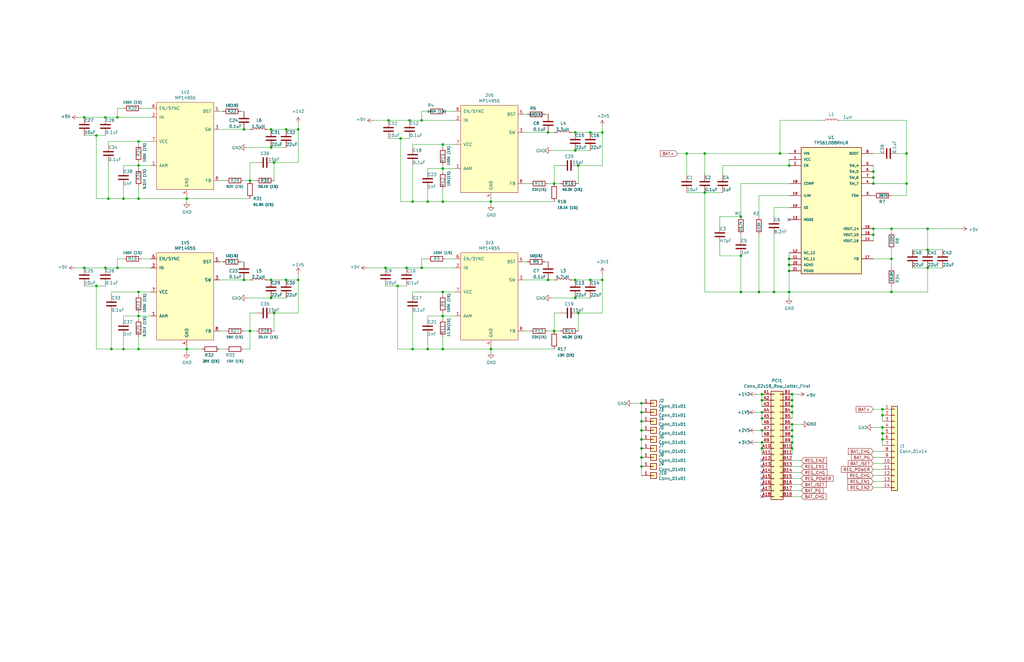
<source format=kicad_sch>
(kicad_sch (version 20210621) (generator eeschema)
  (paper "User" 431.8 279.4)
  (title_block (title "Fpga-USB3-Collector (DDR3_2G)"))
  (junction (at 35.56 49.53))
  (junction (at 35.56 113.03))
  (junction (at 40.64 57.15))
  (junction (at 40.64 120.65))
  (junction (at 44.45 49.53))
  (junction (at 44.45 113.03))
  (junction (at 45.72 83.82))
  (junction (at 46.99 147.32))
  (junction (at 49.53 49.53))
  (junction (at 49.53 113.03))
  (junction (at 52.07 83.82))
  (junction (at 52.07 147.32))
  (junction (at 58.42 59.69))
  (junction (at 58.42 69.85))
  (junction (at 58.42 83.82))
  (junction (at 58.42 123.19))
  (junction (at 58.42 133.35))
  (junction (at 58.42 147.32))
  (junction (at 78.74 83.82))
  (junction (at 78.74 147.32))
  (junction (at 102.87 54.61))
  (junction (at 102.87 118.11))
  (junction (at 105.41 76.2))
  (junction (at 105.41 139.7))
  (junction (at 114.3 54.61))
  (junction (at 114.3 62.23))
  (junction (at 114.3 118.11))
  (junction (at 114.3 125.73))
  (junction (at 115.57 68.58))
  (junction (at 115.57 132.08))
  (junction (at 120.65 54.61))
  (junction (at 120.65 118.11))
  (junction (at 125.73 54.61))
  (junction (at 125.73 118.11))
  (junction (at 162.56 113.03))
  (junction (at 163.83 50.8))
  (junction (at 167.64 120.65))
  (junction (at 168.91 58.42))
  (junction (at 171.45 113.03))
  (junction (at 172.72 50.8))
  (junction (at 173.99 85.09))
  (junction (at 173.99 147.32))
  (junction (at 177.8 50.8))
  (junction (at 177.8 113.03))
  (junction (at 180.34 85.09))
  (junction (at 180.34 147.32))
  (junction (at 186.69 60.96))
  (junction (at 186.69 71.12))
  (junction (at 186.69 85.09))
  (junction (at 186.69 123.19))
  (junction (at 186.69 133.35))
  (junction (at 186.69 147.32))
  (junction (at 207.01 85.09))
  (junction (at 207.01 147.32))
  (junction (at 231.14 55.88))
  (junction (at 231.14 118.11))
  (junction (at 233.68 77.47))
  (junction (at 233.68 139.7))
  (junction (at 242.57 55.88))
  (junction (at 242.57 63.5))
  (junction (at 242.57 118.11))
  (junction (at 242.57 125.73))
  (junction (at 243.84 69.85))
  (junction (at 243.84 132.08))
  (junction (at 248.92 55.88))
  (junction (at 248.92 118.11))
  (junction (at 254 55.88))
  (junction (at 254 118.11))
  (junction (at 270.51 170.18))
  (junction (at 270.51 173.99))
  (junction (at 270.51 177.8))
  (junction (at 270.51 181.61))
  (junction (at 270.51 185.42))
  (junction (at 270.51 189.23))
  (junction (at 270.51 193.04))
  (junction (at 270.51 196.85))
  (junction (at 289.56 64.77))
  (junction (at 297.18 64.77))
  (junction (at 297.18 81.28))
  (junction (at 312.42 91.44))
  (junction (at 312.42 107.95))
  (junction (at 312.42 123.19))
  (junction (at 320.04 123.19))
  (junction (at 321.31 166.37))
  (junction (at 321.31 168.91))
  (junction (at 321.31 173.99))
  (junction (at 321.31 176.53))
  (junction (at 321.31 181.61))
  (junction (at 321.31 186.69))
  (junction (at 321.31 189.23))
  (junction (at 326.39 123.19))
  (junction (at 328.93 64.77))
  (junction (at 332.74 69.85))
  (junction (at 332.74 109.22))
  (junction (at 332.74 111.76))
  (junction (at 332.74 114.3))
  (junction (at 332.74 123.19))
  (junction (at 334.01 166.37))
  (junction (at 334.01 168.91))
  (junction (at 334.01 171.45))
  (junction (at 334.01 173.99))
  (junction (at 334.01 179.07))
  (junction (at 334.01 181.61))
  (junction (at 334.01 184.15))
  (junction (at 334.01 186.69))
  (junction (at 334.01 189.23))
  (junction (at 368.3 72.39))
  (junction (at 368.3 74.93))
  (junction (at 368.3 77.47))
  (junction (at 368.3 96.52))
  (junction (at 368.3 99.06))
  (junction (at 372.11 172.72))
  (junction (at 372.11 175.26))
  (junction (at 372.11 180.34))
  (junction (at 372.11 182.88))
  (junction (at 372.11 185.42))
  (junction (at 375.92 96.52))
  (junction (at 375.92 109.22))
  (junction (at 375.92 123.19))
  (junction (at 382.27 64.77))
  (junction (at 382.27 77.47))
  (junction (at 391.16 96.52))
  (junction (at 391.16 105.41))
  (junction (at 391.16 113.03))
  (no_connect (at 321.31 194.31))
  (no_connect (at 321.31 196.85))
  (no_connect (at 321.31 199.39))
  (no_connect (at 321.31 201.93))
  (no_connect (at 321.31 204.47))
  (no_connect (at 321.31 207.01))
  (no_connect (at 321.31 209.55))
  (no_connect (at 332.74 92.71))
  (wire (pts (xy 31.75 113.03) (xy 35.56 113.03)))
  (wire (pts (xy 33.02 49.53) (xy 35.56 49.53)))
  (wire (pts (xy 35.56 49.53) (xy 44.45 49.53)))
  (wire (pts (xy 35.56 57.15) (xy 40.64 57.15)))
  (wire (pts (xy 35.56 113.03) (xy 44.45 113.03)))
  (wire (pts (xy 35.56 120.65) (xy 40.64 120.65)))
  (wire (pts (xy 40.64 57.15) (xy 40.64 83.82)))
  (wire (pts (xy 40.64 57.15) (xy 44.45 57.15)))
  (wire (pts (xy 40.64 83.82) (xy 45.72 83.82)))
  (wire (pts (xy 40.64 120.65) (xy 40.64 147.32)))
  (wire (pts (xy 40.64 120.65) (xy 44.45 120.65)))
  (wire (pts (xy 40.64 147.32) (xy 46.99 147.32)))
  (wire (pts (xy 44.45 49.53) (xy 49.53 49.53)))
  (wire (pts (xy 44.45 113.03) (xy 49.53 113.03)))
  (wire (pts (xy 45.72 59.69) (xy 45.72 60.96)))
  (wire (pts (xy 45.72 68.58) (xy 45.72 83.82)))
  (wire (pts (xy 45.72 83.82) (xy 52.07 83.82)))
  (wire (pts (xy 46.99 123.19) (xy 46.99 124.46)))
  (wire (pts (xy 46.99 123.19) (xy 58.42 123.19)))
  (wire (pts (xy 46.99 132.08) (xy 46.99 147.32)))
  (wire (pts (xy 46.99 147.32) (xy 52.07 147.32)))
  (wire (pts (xy 49.53 45.72) (xy 52.07 45.72)))
  (wire (pts (xy 49.53 49.53) (xy 49.53 45.72)))
  (wire (pts (xy 49.53 49.53) (xy 63.5 49.53)))
  (wire (pts (xy 49.53 109.22) (xy 52.07 109.22)))
  (wire (pts (xy 49.53 113.03) (xy 49.53 109.22)))
  (wire (pts (xy 49.53 113.03) (xy 63.5 113.03)))
  (wire (pts (xy 52.07 69.85) (xy 52.07 71.12)))
  (wire (pts (xy 52.07 78.74) (xy 52.07 83.82)))
  (wire (pts (xy 52.07 83.82) (xy 58.42 83.82)))
  (wire (pts (xy 52.07 133.35) (xy 52.07 134.62)))
  (wire (pts (xy 52.07 133.35) (xy 58.42 133.35)))
  (wire (pts (xy 52.07 142.24) (xy 52.07 147.32)))
  (wire (pts (xy 52.07 147.32) (xy 58.42 147.32)))
  (wire (pts (xy 58.42 59.69) (xy 45.72 59.69)))
  (wire (pts (xy 58.42 59.69) (xy 58.42 60.96)))
  (wire (pts (xy 58.42 68.58) (xy 58.42 69.85)))
  (wire (pts (xy 58.42 69.85) (xy 52.07 69.85)))
  (wire (pts (xy 58.42 69.85) (xy 58.42 71.12)))
  (wire (pts (xy 58.42 78.74) (xy 58.42 83.82)))
  (wire (pts (xy 58.42 83.82) (xy 78.74 83.82)))
  (wire (pts (xy 58.42 123.19) (xy 58.42 124.46)))
  (wire (pts (xy 58.42 123.19) (xy 63.5 123.19)))
  (wire (pts (xy 58.42 132.08) (xy 58.42 133.35)))
  (wire (pts (xy 58.42 133.35) (xy 58.42 134.62)))
  (wire (pts (xy 58.42 142.24) (xy 58.42 147.32)))
  (wire (pts (xy 58.42 147.32) (xy 78.74 147.32)))
  (wire (pts (xy 59.69 45.72) (xy 63.5 45.72)))
  (wire (pts (xy 59.69 109.22) (xy 63.5 109.22)))
  (wire (pts (xy 63.5 59.69) (xy 58.42 59.69)))
  (wire (pts (xy 63.5 69.85) (xy 58.42 69.85)))
  (wire (pts (xy 63.5 133.35) (xy 58.42 133.35)))
  (wire (pts (xy 78.74 82.55) (xy 78.74 83.82)))
  (wire (pts (xy 78.74 83.82) (xy 105.41 83.82)))
  (wire (pts (xy 78.74 85.09) (xy 78.74 83.82)))
  (wire (pts (xy 78.74 146.05) (xy 78.74 147.32)))
  (wire (pts (xy 78.74 147.32) (xy 85.09 147.32)))
  (wire (pts (xy 78.74 148.59) (xy 78.74 147.32)))
  (wire (pts (xy 92.71 46.99) (xy 93.98 46.99)))
  (wire (pts (xy 92.71 54.61) (xy 102.87 54.61)))
  (wire (pts (xy 92.71 76.2) (xy 95.25 76.2)))
  (wire (pts (xy 92.71 110.49) (xy 93.98 110.49)))
  (wire (pts (xy 92.71 118.11) (xy 102.87 118.11)))
  (wire (pts (xy 92.71 139.7) (xy 95.25 139.7)))
  (wire (pts (xy 92.71 147.32) (xy 95.25 147.32)))
  (wire (pts (xy 101.6 46.99) (xy 102.87 46.99)))
  (wire (pts (xy 101.6 110.49) (xy 102.87 110.49)))
  (wire (pts (xy 102.87 54.61) (xy 105.41 54.61)))
  (wire (pts (xy 102.87 76.2) (xy 105.41 76.2)))
  (wire (pts (xy 102.87 118.11) (xy 105.41 118.11)))
  (wire (pts (xy 102.87 139.7) (xy 105.41 139.7)))
  (wire (pts (xy 102.87 147.32) (xy 105.41 147.32)))
  (wire (pts (xy 104.14 62.23) (xy 114.3 62.23)))
  (wire (pts (xy 104.14 125.73) (xy 114.3 125.73)))
  (wire (pts (xy 105.41 68.58) (xy 107.95 68.58)))
  (wire (pts (xy 105.41 76.2) (xy 105.41 68.58)))
  (wire (pts (xy 105.41 76.2) (xy 107.95 76.2)))
  (wire (pts (xy 105.41 132.08) (xy 107.95 132.08)))
  (wire (pts (xy 105.41 139.7) (xy 105.41 132.08)))
  (wire (pts (xy 105.41 139.7) (xy 107.95 139.7)))
  (wire (pts (xy 105.41 147.32) (xy 105.41 139.7)))
  (wire (pts (xy 113.03 54.61) (xy 114.3 54.61)))
  (wire (pts (xy 113.03 118.11) (xy 114.3 118.11)))
  (wire (pts (xy 114.3 54.61) (xy 120.65 54.61)))
  (wire (pts (xy 114.3 62.23) (xy 120.65 62.23)))
  (wire (pts (xy 114.3 118.11) (xy 120.65 118.11)))
  (wire (pts (xy 114.3 125.73) (xy 120.65 125.73)))
  (wire (pts (xy 115.57 68.58) (xy 125.73 68.58)))
  (wire (pts (xy 115.57 76.2) (xy 115.57 68.58)))
  (wire (pts (xy 115.57 132.08) (xy 125.73 132.08)))
  (wire (pts (xy 115.57 139.7) (xy 115.57 132.08)))
  (wire (pts (xy 120.65 54.61) (xy 125.73 54.61)))
  (wire (pts (xy 120.65 118.11) (xy 125.73 118.11)))
  (wire (pts (xy 125.73 54.61) (xy 125.73 52.07)))
  (wire (pts (xy 125.73 68.58) (xy 125.73 54.61)))
  (wire (pts (xy 125.73 118.11) (xy 125.73 115.57)))
  (wire (pts (xy 125.73 132.08) (xy 125.73 118.11)))
  (wire (pts (xy 154.94 113.03) (xy 162.56 113.03)))
  (wire (pts (xy 157.48 50.8) (xy 163.83 50.8)))
  (wire (pts (xy 162.56 113.03) (xy 171.45 113.03)))
  (wire (pts (xy 162.56 120.65) (xy 167.64 120.65)))
  (wire (pts (xy 163.83 50.8) (xy 172.72 50.8)))
  (wire (pts (xy 163.83 58.42) (xy 168.91 58.42)))
  (wire (pts (xy 167.64 120.65) (xy 167.64 147.32)))
  (wire (pts (xy 167.64 120.65) (xy 171.45 120.65)))
  (wire (pts (xy 167.64 147.32) (xy 173.99 147.32)))
  (wire (pts (xy 168.91 58.42) (xy 168.91 85.09)))
  (wire (pts (xy 168.91 58.42) (xy 172.72 58.42)))
  (wire (pts (xy 168.91 85.09) (xy 173.99 85.09)))
  (wire (pts (xy 171.45 113.03) (xy 177.8 113.03)))
  (wire (pts (xy 172.72 50.8) (xy 177.8 50.8)))
  (wire (pts (xy 173.99 60.96) (xy 186.69 60.96)))
  (wire (pts (xy 173.99 62.23) (xy 173.99 60.96)))
  (wire (pts (xy 173.99 85.09) (xy 173.99 69.85)))
  (wire (pts (xy 173.99 123.19) (xy 173.99 124.46)))
  (wire (pts (xy 173.99 132.08) (xy 173.99 147.32)))
  (wire (pts (xy 173.99 147.32) (xy 180.34 147.32)))
  (wire (pts (xy 177.8 46.99) (xy 180.34 46.99)))
  (wire (pts (xy 177.8 50.8) (xy 177.8 46.99)))
  (wire (pts (xy 177.8 50.8) (xy 191.77 50.8)))
  (wire (pts (xy 177.8 109.22) (xy 180.34 109.22)))
  (wire (pts (xy 177.8 113.03) (xy 177.8 109.22)))
  (wire (pts (xy 177.8 113.03) (xy 191.77 113.03)))
  (wire (pts (xy 180.34 71.12) (xy 180.34 72.39)))
  (wire (pts (xy 180.34 80.01) (xy 180.34 85.09)))
  (wire (pts (xy 180.34 85.09) (xy 173.99 85.09)))
  (wire (pts (xy 180.34 85.09) (xy 186.69 85.09)))
  (wire (pts (xy 180.34 133.35) (xy 180.34 134.62)))
  (wire (pts (xy 180.34 142.24) (xy 180.34 147.32)))
  (wire (pts (xy 180.34 147.32) (xy 186.69 147.32)))
  (wire (pts (xy 186.69 60.96) (xy 186.69 62.23)))
  (wire (pts (xy 186.69 69.85) (xy 186.69 71.12)))
  (wire (pts (xy 186.69 71.12) (xy 180.34 71.12)))
  (wire (pts (xy 186.69 71.12) (xy 186.69 72.39)))
  (wire (pts (xy 186.69 80.01) (xy 186.69 85.09)))
  (wire (pts (xy 186.69 85.09) (xy 207.01 85.09)))
  (wire (pts (xy 186.69 123.19) (xy 173.99 123.19)))
  (wire (pts (xy 186.69 123.19) (xy 186.69 124.46)))
  (wire (pts (xy 186.69 132.08) (xy 186.69 133.35)))
  (wire (pts (xy 186.69 133.35) (xy 180.34 133.35)))
  (wire (pts (xy 186.69 133.35) (xy 186.69 134.62)))
  (wire (pts (xy 186.69 142.24) (xy 186.69 147.32)))
  (wire (pts (xy 186.69 147.32) (xy 207.01 147.32)))
  (wire (pts (xy 187.96 46.99) (xy 191.77 46.99)))
  (wire (pts (xy 187.96 109.22) (xy 191.77 109.22)))
  (wire (pts (xy 191.77 60.96) (xy 186.69 60.96)))
  (wire (pts (xy 191.77 71.12) (xy 186.69 71.12)))
  (wire (pts (xy 191.77 123.19) (xy 186.69 123.19)))
  (wire (pts (xy 191.77 133.35) (xy 186.69 133.35)))
  (wire (pts (xy 207.01 83.82) (xy 207.01 85.09)))
  (wire (pts (xy 207.01 85.09) (xy 233.68 85.09)))
  (wire (pts (xy 207.01 86.36) (xy 207.01 85.09)))
  (wire (pts (xy 207.01 146.05) (xy 207.01 147.32)))
  (wire (pts (xy 207.01 147.32) (xy 233.68 147.32)))
  (wire (pts (xy 207.01 148.59) (xy 207.01 147.32)))
  (wire (pts (xy 220.98 48.26) (xy 222.25 48.26)))
  (wire (pts (xy 220.98 55.88) (xy 231.14 55.88)))
  (wire (pts (xy 220.98 77.47) (xy 223.52 77.47)))
  (wire (pts (xy 220.98 110.49) (xy 222.25 110.49)))
  (wire (pts (xy 220.98 118.11) (xy 231.14 118.11)))
  (wire (pts (xy 220.98 139.7) (xy 223.52 139.7)))
  (wire (pts (xy 229.87 48.26) (xy 231.14 48.26)))
  (wire (pts (xy 229.87 110.49) (xy 231.14 110.49)))
  (wire (pts (xy 231.14 55.88) (xy 233.68 55.88)))
  (wire (pts (xy 231.14 77.47) (xy 233.68 77.47)))
  (wire (pts (xy 231.14 118.11) (xy 233.68 118.11)))
  (wire (pts (xy 231.14 139.7) (xy 233.68 139.7)))
  (wire (pts (xy 232.41 63.5) (xy 242.57 63.5)))
  (wire (pts (xy 232.41 125.73) (xy 242.57 125.73)))
  (wire (pts (xy 233.68 69.85) (xy 236.22 69.85)))
  (wire (pts (xy 233.68 77.47) (xy 233.68 69.85)))
  (wire (pts (xy 233.68 77.47) (xy 236.22 77.47)))
  (wire (pts (xy 233.68 132.08) (xy 236.22 132.08)))
  (wire (pts (xy 233.68 139.7) (xy 233.68 132.08)))
  (wire (pts (xy 233.68 139.7) (xy 236.22 139.7)))
  (wire (pts (xy 241.3 55.88) (xy 242.57 55.88)))
  (wire (pts (xy 241.3 118.11) (xy 242.57 118.11)))
  (wire (pts (xy 242.57 55.88) (xy 248.92 55.88)))
  (wire (pts (xy 242.57 63.5) (xy 248.92 63.5)))
  (wire (pts (xy 242.57 118.11) (xy 248.92 118.11)))
  (wire (pts (xy 242.57 125.73) (xy 248.92 125.73)))
  (wire (pts (xy 243.84 69.85) (xy 254 69.85)))
  (wire (pts (xy 243.84 77.47) (xy 243.84 69.85)))
  (wire (pts (xy 243.84 132.08) (xy 254 132.08)))
  (wire (pts (xy 243.84 139.7) (xy 243.84 132.08)))
  (wire (pts (xy 248.92 55.88) (xy 254 55.88)))
  (wire (pts (xy 248.92 118.11) (xy 254 118.11)))
  (wire (pts (xy 254 55.88) (xy 254 53.34)))
  (wire (pts (xy 254 69.85) (xy 254 55.88)))
  (wire (pts (xy 254 118.11) (xy 254 115.57)))
  (wire (pts (xy 254 132.08) (xy 254 118.11)))
  (wire (pts (xy 270.51 170.18) (xy 266.7 170.18)))
  (wire (pts (xy 270.51 170.18) (xy 270.51 173.99)))
  (wire (pts (xy 270.51 173.99) (xy 270.51 177.8)))
  (wire (pts (xy 270.51 177.8) (xy 270.51 181.61)))
  (wire (pts (xy 270.51 181.61) (xy 270.51 185.42)))
  (wire (pts (xy 270.51 185.42) (xy 270.51 189.23)))
  (wire (pts (xy 270.51 189.23) (xy 270.51 193.04)))
  (wire (pts (xy 270.51 193.04) (xy 270.51 196.85)))
  (wire (pts (xy 270.51 196.85) (xy 270.51 200.66)))
  (wire (pts (xy 289.56 64.77) (xy 285.75 64.77)))
  (wire (pts (xy 289.56 73.66) (xy 289.56 64.77)))
  (wire (pts (xy 297.18 64.77) (xy 289.56 64.77)))
  (wire (pts (xy 297.18 73.66) (xy 297.18 64.77)))
  (wire (pts (xy 297.18 81.28) (xy 289.56 81.28)))
  (wire (pts (xy 297.18 81.28) (xy 297.18 123.19)))
  (wire (pts (xy 297.18 123.19) (xy 312.42 123.19)))
  (wire (pts (xy 303.53 91.44) (xy 303.53 95.25)))
  (wire (pts (xy 303.53 91.44) (xy 312.42 91.44)))
  (wire (pts (xy 303.53 102.87) (xy 303.53 107.95)))
  (wire (pts (xy 303.53 107.95) (xy 312.42 107.95)))
  (wire (pts (xy 304.8 69.85) (xy 304.8 73.66)))
  (wire (pts (xy 304.8 81.28) (xy 297.18 81.28)))
  (wire (pts (xy 312.42 77.47) (xy 312.42 91.44)))
  (wire (pts (xy 312.42 99.06) (xy 312.42 100.33)))
  (wire (pts (xy 312.42 107.95) (xy 312.42 123.19)))
  (wire (pts (xy 312.42 123.19) (xy 320.04 123.19)))
  (wire (pts (xy 318.77 166.37) (xy 321.31 166.37)))
  (wire (pts (xy 318.77 173.99) (xy 321.31 173.99)))
  (wire (pts (xy 318.77 181.61) (xy 321.31 181.61)))
  (wire (pts (xy 318.77 186.69) (xy 321.31 186.69)))
  (wire (pts (xy 320.04 82.55) (xy 320.04 91.44)))
  (wire (pts (xy 320.04 99.06) (xy 320.04 123.19)))
  (wire (pts (xy 320.04 123.19) (xy 326.39 123.19)))
  (wire (pts (xy 321.31 166.37) (xy 321.31 168.91)))
  (wire (pts (xy 321.31 168.91) (xy 321.31 171.45)))
  (wire (pts (xy 321.31 173.99) (xy 321.31 176.53)))
  (wire (pts (xy 321.31 176.53) (xy 321.31 179.07)))
  (wire (pts (xy 321.31 181.61) (xy 321.31 184.15)))
  (wire (pts (xy 321.31 186.69) (xy 321.31 189.23)))
  (wire (pts (xy 321.31 189.23) (xy 321.31 191.77)))
  (wire (pts (xy 326.39 87.63) (xy 326.39 91.44)))
  (wire (pts (xy 326.39 99.06) (xy 326.39 123.19)))
  (wire (pts (xy 326.39 123.19) (xy 332.74 123.19)))
  (wire (pts (xy 328.93 50.8) (xy 328.93 64.77)))
  (wire (pts (xy 328.93 64.77) (xy 297.18 64.77)))
  (wire (pts (xy 332.74 64.77) (xy 328.93 64.77)))
  (wire (pts (xy 332.74 67.31) (xy 332.74 69.85)))
  (wire (pts (xy 332.74 69.85) (xy 304.8 69.85)))
  (wire (pts (xy 332.74 77.47) (xy 312.42 77.47)))
  (wire (pts (xy 332.74 82.55) (xy 320.04 82.55)))
  (wire (pts (xy 332.74 87.63) (xy 326.39 87.63)))
  (wire (pts (xy 332.74 106.68) (xy 332.74 109.22)))
  (wire (pts (xy 332.74 109.22) (xy 332.74 111.76)))
  (wire (pts (xy 332.74 111.76) (xy 332.74 114.3)))
  (wire (pts (xy 332.74 114.3) (xy 332.74 123.19)))
  (wire (pts (xy 332.74 125.73) (xy 332.74 123.19)))
  (wire (pts (xy 334.01 166.37) (xy 334.01 168.91)))
  (wire (pts (xy 334.01 168.91) (xy 334.01 171.45)))
  (wire (pts (xy 334.01 171.45) (xy 334.01 173.99)))
  (wire (pts (xy 334.01 173.99) (xy 334.01 176.53)))
  (wire (pts (xy 334.01 179.07) (xy 334.01 181.61)))
  (wire (pts (xy 334.01 179.07) (xy 337.82 179.07)))
  (wire (pts (xy 334.01 181.61) (xy 334.01 184.15)))
  (wire (pts (xy 334.01 184.15) (xy 334.01 186.69)))
  (wire (pts (xy 334.01 186.69) (xy 334.01 189.23)))
  (wire (pts (xy 334.01 189.23) (xy 334.01 191.77)))
  (wire (pts (xy 336.55 166.37) (xy 334.01 166.37)))
  (wire (pts (xy 337.82 194.31) (xy 334.01 194.31)))
  (wire (pts (xy 337.82 196.85) (xy 334.01 196.85)))
  (wire (pts (xy 337.82 199.39) (xy 334.01 199.39)))
  (wire (pts (xy 337.82 201.93) (xy 334.01 201.93)))
  (wire (pts (xy 337.82 204.47) (xy 334.01 204.47)))
  (wire (pts (xy 337.82 207.01) (xy 334.01 207.01)))
  (wire (pts (xy 337.82 209.55) (xy 334.01 209.55)))
  (wire (pts (xy 346.71 50.8) (xy 328.93 50.8)))
  (wire (pts (xy 354.33 50.8) (xy 382.27 50.8)))
  (wire (pts (xy 368.3 64.77) (xy 370.84 64.77)))
  (wire (pts (xy 368.3 69.85) (xy 368.3 72.39)))
  (wire (pts (xy 368.3 72.39) (xy 368.3 74.93)))
  (wire (pts (xy 368.3 74.93) (xy 368.3 77.47)))
  (wire (pts (xy 368.3 77.47) (xy 382.27 77.47)))
  (wire (pts (xy 368.3 96.52) (xy 368.3 99.06)))
  (wire (pts (xy 368.3 96.52) (xy 375.92 96.52)))
  (wire (pts (xy 368.3 101.6) (xy 368.3 99.06)))
  (wire (pts (xy 368.3 109.22) (xy 375.92 109.22)))
  (wire (pts (xy 368.3 172.72) (xy 372.11 172.72)))
  (wire (pts (xy 368.3 180.34) (xy 372.11 180.34)))
  (wire (pts (xy 368.3 190.5) (xy 372.11 190.5)))
  (wire (pts (xy 368.3 193.04) (xy 372.11 193.04)))
  (wire (pts (xy 368.3 195.58) (xy 372.11 195.58)))
  (wire (pts (xy 368.3 198.12) (xy 372.11 198.12)))
  (wire (pts (xy 368.3 200.66) (xy 372.11 200.66)))
  (wire (pts (xy 368.3 203.2) (xy 372.11 203.2)))
  (wire (pts (xy 368.3 205.74) (xy 372.11 205.74)))
  (wire (pts (xy 372.11 172.72) (xy 372.11 175.26)))
  (wire (pts (xy 372.11 175.26) (xy 372.11 177.8)))
  (wire (pts (xy 372.11 180.34) (xy 372.11 182.88)))
  (wire (pts (xy 372.11 182.88) (xy 372.11 185.42)))
  (wire (pts (xy 372.11 185.42) (xy 372.11 187.96)))
  (wire (pts (xy 375.92 96.52) (xy 375.92 97.79)))
  (wire (pts (xy 375.92 96.52) (xy 391.16 96.52)))
  (wire (pts (xy 375.92 105.41) (xy 375.92 109.22)))
  (wire (pts (xy 375.92 109.22) (xy 375.92 113.03)))
  (wire (pts (xy 375.92 123.19) (xy 332.74 123.19)))
  (wire (pts (xy 375.92 123.19) (xy 375.92 120.65)))
  (wire (pts (xy 375.92 123.19) (xy 391.16 123.19)))
  (wire (pts (xy 378.46 64.77) (xy 382.27 64.77)))
  (wire (pts (xy 382.27 50.8) (xy 382.27 64.77)))
  (wire (pts (xy 382.27 64.77) (xy 382.27 77.47)))
  (wire (pts (xy 382.27 77.47) (xy 382.27 82.55)))
  (wire (pts (xy 382.27 82.55) (xy 375.92 82.55)))
  (wire (pts (xy 384.81 105.41) (xy 391.16 105.41)))
  (wire (pts (xy 384.81 113.03) (xy 391.16 113.03)))
  (wire (pts (xy 391.16 105.41) (xy 391.16 96.52)))
  (wire (pts (xy 391.16 105.41) (xy 397.51 105.41)))
  (wire (pts (xy 391.16 113.03) (xy 391.16 123.19)))
  (wire (pts (xy 397.51 113.03) (xy 391.16 113.03)))
  (wire (pts (xy 405.13 96.52) (xy 391.16 96.52)))
  (global_label "BAT+" (shape input) (at 285.75 64.77 180) (property "Intersheet References" "${INTERSHEET_REFS}" (effects hide)))
  (global_label "REG_EN2" (shape input) (at 337.82 194.31 0) (property "Intersheet References" "${INTERSHEET_REFS}" (effects hide)))
  (global_label "REG_EN1" (shape input) (at 337.82 196.85 0) (property "Intersheet References" "${INTERSHEET_REFS}" (effects hide)))
  (global_label "REG_CHG" (shape input) (at 337.82 199.39 0) (property "Intersheet References" "${INTERSHEET_REFS}" (effects hide)))
  (global_label "REG_POWER" (shape input) (at 337.82 201.93 0) (property "Intersheet References" "${INTERSHEET_REFS}" (effects hide)))
  (global_label "BAT_ISET" (shape input) (at 337.82 204.47 0) (property "Intersheet References" "${INTERSHEET_REFS}" (effects hide)))
  (global_label "BAT_PG" (shape input) (at 337.82 207.01 0) (property "Intersheet References" "${INTERSHEET_REFS}" (effects hide)))
  (global_label "BAT_CHG" (shape input) (at 337.82 209.55 0) (property "Intersheet References" "${INTERSHEET_REFS}" (effects hide)))
  (global_label "BAT+" (shape input) (at 368.3 172.72 180) (property "Intersheet References" "${INTERSHEET_REFS}" (effects hide)))
  (global_label "BAT_CHG" (shape input) (at 368.3 190.5 180) (property "Intersheet References" "${INTERSHEET_REFS}" (effects hide)))
  (global_label "BAT_PG" (shape input) (at 368.3 193.04 180) (property "Intersheet References" "${INTERSHEET_REFS}" (effects hide)))
  (global_label "BAT_ISET" (shape input) (at 368.3 195.58 180) (property "Intersheet References" "${INTERSHEET_REFS}" (effects hide)))
  (global_label "REG_POWER" (shape input) (at 368.3 198.12 180) (property "Intersheet References" "${INTERSHEET_REFS}" (effects hide)))
  (global_label "REG_CHG" (shape input) (at 368.3 200.66 180) (property "Intersheet References" "${INTERSHEET_REFS}" (effects hide)))
  (global_label "REG_EN1" (shape input) (at 368.3 203.2 180) (property "Intersheet References" "${INTERSHEET_REFS}" (effects hide)))
  (global_label "REG_EN2" (shape input) (at 368.3 205.74 180) (property "Intersheet References" "${INTERSHEET_REFS}" (effects hide)))
  (symbol (lib_id "power:+5V") (at 31.75 113.03 90) (unit 1)
    (property "Reference" "#PWR0102" (effects hide))
    (property "Value" "+5V" (at 28.4988 112.649 90) (effects (justify left)))
  )
  (symbol (lib_id "power:+5V") (at 33.02 49.53 90) (unit 1)
    (property "Reference" "#PWR0101" (effects hide))
    (property "Value" "+5V" (at 29.7688 49.149 90) (effects (justify left)))
  )
  (symbol (lib_id "power:+1V2") (at 125.73 52.07 0) (unit 1)
    (property "Reference" "#PWR028" (effects hide))
    (property "Value" "+1V2" (at 125.73 46.99 0))
  )
  (symbol (lib_id "power:+1V5") (at 125.73 115.57 0) (mirror y) (unit 1)
    (property "Reference" "#PWR027" (effects hide))
    (property "Value" "+1V5" (at 128.27 111.76 0) (effects (justify left)))
  )
  (symbol (lib_id "power:+5V") (at 154.94 113.03 90) (unit 1)
    (property "Reference" "#PWR0104" (effects hide))
    (property "Value" "+5V" (at 151.6888 112.649 90) (effects (justify left)))
  )
  (symbol (lib_id "power:+5V") (at 157.48 50.8 90) (unit 1)
    (property "Reference" "#PWR0103" (effects hide))
    (property "Value" "+5V" (at 154.2288 50.419 90) (effects (justify left)))
  )
  (symbol (lib_id "power:+2V5") (at 254 53.34 0) (unit 1)
    (property "Reference" "#PWR014" (effects hide))
    (property "Value" "+2V5" (at 254.381 48.9458 0))
  )
  (symbol (lib_id "power:+3V3") (at 254 115.57 0) (unit 1)
    (property "Reference" "#PWR013" (effects hide))
    (property "Value" "+3V3" (at 254 110.49 0))
  )
  (symbol (lib_id "power:+1V2") (at 318.77 166.37 90) (unit 1)
    (property "Reference" "#PWR0105" (effects hide))
    (property "Value" "+1V2" (at 313.69 166.37 90))
  )
  (symbol (lib_id "power:+1V5") (at 318.77 173.99 90) (mirror x) (unit 1)
    (property "Reference" "#PWR0106" (effects hide))
    (property "Value" "+1V5" (at 316.23 173.99 90) (effects (justify left)))
  )
  (symbol (lib_id "power:+2V5") (at 318.77 181.61 90) (unit 1)
    (property "Reference" "#PWR0107" (effects hide))
    (property "Value" "+2V5" (at 313.69 181.61 90))
  )
  (symbol (lib_id "power:+3V3") (at 318.77 186.69 90) (unit 1)
    (property "Reference" "#PWR0108" (effects hide))
    (property "Value" "+3V3" (at 313.69 186.69 90))
  )
  (symbol (lib_id "power:+5V") (at 336.55 166.37 270) (unit 1)
    (property "Reference" "#PWR0109" (effects hide))
    (property "Value" "+5V" (at 339.8012 166.751 90) (effects (justify left)))
  )
  (symbol (lib_id "power:+5V") (at 405.13 96.52 270) (unit 1)
    (property "Reference" "#PWR0110" (effects hide))
    (property "Value" "+5V" (at 408.3812 96.901 90) (effects (justify left)))
  )
  (symbol (lib_id "power:GND") (at 78.74 85.09 0) (unit 1)
    (property "Reference" "#PWR032" (effects hide))
    (property "Value" "GND" (at 78.867 89.4842 0))
  )
  (symbol (lib_id "power:GND") (at 78.74 148.59 0) (unit 1)
    (property "Reference" "#PWR031" (effects hide))
    (property "Value" "GND" (at 78.867 152.9842 0))
  )
  (symbol (lib_id "power:GND") (at 104.14 62.23 270) (unit 1)
    (property "Reference" "#PWR030" (effects hide))
    (property "Value" "GND" (at 99.7458 62.357 90))
  )
  (symbol (lib_id "power:GND") (at 104.14 125.73 270) (unit 1)
    (property "Reference" "#PWR029" (effects hide))
    (property "Value" "GND" (at 99.7458 125.857 90))
  )
  (symbol (lib_id "power:GND") (at 207.01 86.36 0) (unit 1)
    (property "Reference" "#PWR021" (effects hide))
    (property "Value" "GND" (at 207.137 90.7542 0))
  )
  (symbol (lib_id "power:GND") (at 207.01 148.59 0) (unit 1)
    (property "Reference" "#PWR020" (effects hide))
    (property "Value" "GND" (at 207.137 152.9842 0))
  )
  (symbol (lib_id "power:GND") (at 232.41 63.5 270) (unit 1)
    (property "Reference" "#PWR018" (effects hide))
    (property "Value" "GND" (at 228.0158 63.627 90))
  )
  (symbol (lib_id "power:GND") (at 232.41 125.73 270) (unit 1)
    (property "Reference" "#PWR017" (effects hide))
    (property "Value" "GND" (at 228.0158 125.857 90))
  )
  (symbol (lib_id "power:GND") (at 266.7 170.18 270) (unit 1)
    (property "Reference" "#PWR0112" (effects hide))
    (property "Value" "GND" (at 262.3058 170.307 90))
  )
  (symbol (lib_id "power:GND") (at 332.74 125.73 0) (unit 1)
    (property "Reference" "#PWR02" (effects hide))
    (property "Value" "GND" (at 332.867 130.1242 0))
  )
  (symbol (lib_id "power:GND") (at 337.82 179.07 90) (unit 1)
    (property "Reference" "#PWR01" (effects hide))
    (property "Value" "GND" (at 342.2142 178.943 90))
  )
  (symbol (lib_id "power:GND") (at 368.3 180.34 270) (unit 1)
    (property "Reference" "#PWR0111" (effects hide))
    (property "Value" "GND" (at 363.9058 180.467 90))
  )
  (symbol (lib_id "Device:L") (at 109.22 54.61 90) (unit 1)
    (property "Reference" "L6" (at 110.49 50.8 90) (effects (justify left)))
    (property "Value" "1.5uH" (at 111.76 53.34 90) (effects (justify left)))
    (property "Footprint" "Inductor_SMD:L_Sunlord_MWSA0518_5.4x5.2mm" (effects hide))
  )
  (symbol (lib_id "Device:L") (at 109.22 118.11 90) (unit 1)
    (property "Reference" "L5" (at 110.49 114.3 90) (effects (justify left)))
    (property "Value" "2.2uH" (at 111.76 116.84 90) (effects (justify left)))
    (property "Footprint" "Inductor_SMD:L_Sunlord_MWSA0518_5.4x5.2mm" (effects hide))
  )
  (symbol (lib_id "Device:L") (at 237.49 55.88 90) (unit 1)
    (property "Reference" "L4" (at 238.76 52.07 90) (effects (justify left)))
    (property "Value" "3.3uH" (at 240.03 54.61 90) (effects (justify left)))
    (property "Footprint" "Inductor_SMD:L_Sunlord_MWSA0518_5.4x5.2mm" (effects hide))
  )
  (symbol (lib_id "Device:L") (at 237.49 118.11 90) (unit 1)
    (property "Reference" "L3" (at 238.76 114.3 90) (effects (justify left)))
    (property "Value" "4.7uH" (at 240.03 116.84 90) (effects (justify left)))
    (property "Footprint" "Inductor_SMD:L_Sunlord_MWSA0518_5.4x5.2mm" (effects hide))
  )
  (symbol (lib_id "Device:L") (at 350.52 50.8 90) (unit 1)
    (property "Reference" "L1" (at 351.79 48.26 90) (effects (justify left)))
    (property "Value" "1uH" (at 359.41 49.53 90) (effects (justify left)))
    (property "Footprint" "Inductor_SMD:L_Sunlord_MWSA0518_5.4x5.2mm" (effects hide))
  )
  (symbol (lib_id "Device:R") (at 55.88 45.72 90) (unit 1)
    (property "Reference" "R20" (at 55.88 45.72 90))
    (property "Value" "100K (1%)" (at 55.88 43.18 90) (effects (font (size 0.9906 0.9906) bold)))
    (property "Footprint" "Resistor_SMD:R_0402_1005Metric" (effects hide))
  )
  (symbol (lib_id "Device:R") (at 55.88 109.22 90) (unit 1)
    (property "Reference" "R19" (at 55.88 109.22 90))
    (property "Value" "100K (1%)" (at 55.88 106.68 90) (effects (font (size 0.9906 0.9906) bold)))
    (property "Footprint" "Resistor_SMD:R_0402_1005Metric" (effects hide))
  )
  (symbol (lib_id "Device:R") (at 58.42 64.77 0) (unit 1)
    (property "Reference" "R24" (at 58.42 66.04 90) (effects (justify left)))
    (property "Value" "100K (1%)" (at 60.96 68.58 90) (effects (font (size 0.9906 0.9906) bold) (justify left)))
    (property "Footprint" "Resistor_SMD:R_0402_1005Metric" (effects hide))
  )
  (symbol (lib_id "Device:R") (at 58.42 74.93 0) (unit 1)
    (property "Reference" "R26" (at 58.42 76.2 90) (effects (justify left)))
    (property "Value" "9.31K (1%)" (at 60.96 80.01 90) (effects (font (size 0.9906 0.9906) bold) (justify left)))
    (property "Footprint" "Resistor_SMD:R_0402_1005Metric" (effects hide))
  )
  (symbol (lib_id "Device:R") (at 58.42 128.27 0) (unit 1)
    (property "Reference" "R23" (at 58.42 130.81 90) (effects (justify left)))
    (property "Value" "100K (1%)" (at 60.96 132.08 90) (effects (font (size 0.9906 0.9906) bold) (justify left)))
    (property "Footprint" "Resistor_SMD:R_0402_1005Metric" (effects hide))
  )
  (symbol (lib_id "Device:R") (at 58.42 138.43 0) (unit 1)
    (property "Reference" "R25" (at 58.42 140.97 90) (effects (justify left)))
    (property "Value" "9.31K (1%)" (at 60.96 142.24 90) (effects (font (size 0.9906 0.9906) bold) (justify left)))
    (property "Footprint" "Resistor_SMD:R_0402_1005Metric" (effects hide))
  )
  (symbol (lib_id "Device:R") (at 88.9 147.32 90) (unit 1)
    (property "Reference" "R32" (at 90.17 149.86 90) (effects (justify left)))
    (property "Value" "20K (1%)" (at 92.71 152.4 90) (effects (font (size 0.9906 0.9906) bold) (justify left)))
    (property "Footprint" "Resistor_SMD:R_0402_1005Metric" (effects hide))
  )
  (symbol (lib_id "Device:R") (at 97.79 46.99 90) (unit 1)
    (property "Reference" "R22" (at 97.79 46.99 90))
    (property "Value" "10(1%)" (at 97.79 44.45 90) (effects (font (size 0.9906 0.9906) bold)))
    (property "Footprint" "Resistor_SMD:R_0402_1005Metric" (effects hide))
  )
  (symbol (lib_id "Device:R") (at 97.79 110.49 90) (unit 1)
    (property "Reference" "R21" (at 97.79 110.49 90))
    (property "Value" "10(1%)" (at 97.79 107.95 90) (effects (font (size 0.9906 0.9906) bold)))
    (property "Footprint" "Resistor_SMD:R_0402_1005Metric" (effects hide))
  )
  (symbol (lib_id "Device:R") (at 99.06 76.2 90) (unit 1)
    (property "Reference" "R29" (at 99.06 76.2 90))
    (property "Value" "82K (1%)" (at 99.06 78.74 90) (effects (font (size 0.9906 0.9906) bold)))
    (property "Footprint" "Resistor_SMD:R_0402_1005Metric" (effects hide))
  )
  (symbol (lib_id "Device:R") (at 99.06 139.7 90) (unit 1)
    (property "Reference" "R27" (at 99.06 139.7 90))
    (property "Value" "56K (1%)" (at 99.06 142.24 90) (effects (font (size 0.9906 0.9906) bold)))
    (property "Footprint" "Resistor_SMD:R_0402_1005Metric" (effects hide))
  )
  (symbol (lib_id "Device:R") (at 99.06 147.32 90) (unit 1)
    (property "Reference" "R33" (at 99.06 149.86 90) (effects (justify left)))
    (property "Value" "15K (1%)" (at 102.87 152.4 90) (effects (font (size 0.9906 0.9906) bold) (justify left)))
    (property "Footprint" "Resistor_SMD:R_0402_1005Metric" (effects hide))
  )
  (symbol (lib_id "Device:R") (at 105.41 80.01 0) (unit 1)
    (property "Reference" "R31" (at 106.68 83.82 0) (effects (justify left)))
    (property "Value" "61.9K (1%)" (at 106.68 86.36 0) (effects (font (size 0.9906 0.9906) bold) (justify left)))
    (property "Footprint" "Resistor_SMD:R_0402_1005Metric" (effects hide))
  )
  (symbol (lib_id "Device:R") (at 111.76 76.2 90) (unit 1)
    (property "Reference" "R30" (at 111.76 76.2 90))
    (property "Value" "30.1K (1%)" (at 113.03 78.74 90) (effects (font (size 0.9906 0.9906) bold)))
    (property "Footprint" "Resistor_SMD:R_0402_1005Metric" (effects hide))
  )
  (symbol (lib_id "Device:R") (at 111.76 139.7 90) (unit 1)
    (property "Reference" "R28" (at 111.76 139.7 90))
    (property "Value" "30.1K (1%)" (at 113.03 142.24 90) (effects (font (size 0.9906 0.9906) bold)))
    (property "Footprint" "Resistor_SMD:R_0402_1005Metric" (effects hide))
  )
  (symbol (lib_id "Device:R") (at 184.15 46.99 90) (unit 1)
    (property "Reference" "R4" (at 181.61 44.45 90))
    (property "Value" "100K (1%)" (at 184.15 46.99 90) (effects (font (size 0.9906 0.9906) bold)))
    (property "Footprint" "Resistor_SMD:R_0402_1005Metric" (effects hide))
  )
  (symbol (lib_id "Device:R") (at 184.15 109.22 90) (unit 1)
    (property "Reference" "R3" (at 184.15 109.22 90))
    (property "Value" "100K (1%)" (at 186.69 106.68 90) (effects (font (size 0.9906 0.9906) bold)))
    (property "Footprint" "Resistor_SMD:R_0402_1005Metric" (effects hide))
  )
  (symbol (lib_id "Device:R") (at 186.69 66.04 0) (unit 1)
    (property "Reference" "R10" (at 186.69 68.58 90) (effects (justify left)))
    (property "Value" "100K (1%)" (at 189.23 69.85 90) (effects (font (size 0.9906 0.9906) bold) (justify left)))
    (property "Footprint" "Resistor_SMD:R_0402_1005Metric" (effects hide))
  )
  (symbol (lib_id "Device:R") (at 186.69 76.2 0) (unit 1)
    (property "Reference" "R12" (at 186.69 78.74 90) (effects (justify left)))
    (property "Value" "10K(1%)" (at 189.23 78.74 90) (effects (font (size 0.9906 0.9906) bold) (justify left)))
    (property "Footprint" "Resistor_SMD:R_0402_1005Metric" (effects hide))
  )
  (symbol (lib_id "Device:R") (at 186.69 128.27 0) (unit 1)
    (property "Reference" "R9" (at 186.69 129.54 90) (effects (justify left)))
    (property "Value" "100K (1%)" (at 189.23 132.08 90) (effects (font (size 0.9906 0.9906) bold) (justify left)))
    (property "Footprint" "Resistor_SMD:R_0402_1005Metric" (effects hide))
  )
  (symbol (lib_id "Device:R") (at 186.69 138.43 0) (unit 1)
    (property "Reference" "R11" (at 186.69 140.97 90) (effects (justify left)))
    (property "Value" "11.3K(1%)" (at 189.23 142.24 90) (effects (font (size 0.9906 0.9906) bold) (justify left)))
    (property "Footprint" "Resistor_SMD:R_0402_1005Metric" (effects hide))
  )
  (symbol (lib_id "Device:R") (at 226.06 48.26 90) (unit 1)
    (property "Reference" "R6" (at 224.79 45.72 90))
    (property "Value" "10(1%)" (at 226.06 48.26 90) (effects (font (size 0.9906 0.9906) bold)))
    (property "Footprint" "Resistor_SMD:R_0402_1005Metric" (effects hide))
  )
  (symbol (lib_id "Device:R") (at 226.06 110.49 90) (unit 1)
    (property "Reference" "R5" (at 226.06 110.49 90))
    (property "Value" "10(1%)" (at 226.06 107.95 90) (effects (font (size 0.9906 0.9906) bold)))
    (property "Footprint" "Resistor_SMD:R_0402_1005Metric" (effects hide))
  )
  (symbol (lib_id "Device:R") (at 227.33 77.47 90) (unit 1)
    (property "Reference" "R15" (at 227.33 77.47 90))
    (property "Value" "33K(1%)" (at 227.33 80.01 90) (effects (font (size 0.9906 0.9906) bold)))
    (property "Footprint" "Resistor_SMD:R_0402_1005Metric" (effects hide))
  )
  (symbol (lib_id "Device:R") (at 227.33 139.7 90) (unit 1)
    (property "Reference" "R13" (at 227.33 139.7 90))
    (property "Value" "33K(1%)" (at 227.33 142.24 90) (effects (font (size 0.9906 0.9906) bold)))
    (property "Footprint" "Resistor_SMD:R_0402_1005Metric" (effects hide))
  )
  (symbol (lib_id "Device:R") (at 233.68 81.28 0) (unit 1)
    (property "Reference" "R18" (at 234.95 85.09 0) (effects (justify left)))
    (property "Value" "19.1K (1%)" (at 234.95 87.63 0) (effects (font (size 0.9906 0.9906) bold) (justify left)))
    (property "Footprint" "Resistor_SMD:R_0402_1005Metric" (effects hide))
  )
  (symbol (lib_id "Device:R") (at 233.68 143.51 0) (unit 1)
    (property "Reference" "R17" (at 234.95 147.32 0) (effects (justify left)))
    (property "Value" "13K (1%)" (at 234.95 149.86 0) (effects (font (size 0.9906 0.9906) bold) (justify left)))
    (property "Footprint" "Resistor_SMD:R_0402_1005Metric" (effects hide))
  )
  (symbol (lib_id "Device:R") (at 240.03 77.47 90) (unit 1)
    (property "Reference" "R16" (at 240.03 77.47 90))
    (property "Value" "40.2K (1%)" (at 241.3 80.01 90) (effects (font (size 0.9906 0.9906) bold)))
    (property "Footprint" "Resistor_SMD:R_0402_1005Metric" (effects hide))
  )
  (symbol (lib_id "Device:R") (at 240.03 139.7 90) (unit 1)
    (property "Reference" "R14" (at 240.03 139.7 90))
    (property "Value" "40.2K (1%)" (at 241.3 142.24 90) (effects (font (size 0.9906 0.9906) bold)))
    (property "Footprint" "Resistor_SMD:R_0402_1005Metric" (effects hide))
  )
  (symbol (lib_id "Device:R") (at 312.42 95.25 0) (unit 1)
    (property "Reference" "R1" (at 309.88 90.17 0) (effects (justify left)))
    (property "Value" "23.7K" (at 312.42 97.79 90) (effects (font (size 0.9906 0.9906) bold) (justify left)))
    (property "Footprint" "Resistor_SMD:R_0402_1005Metric" (effects hide))
  )
  (symbol (lib_id "Device:R") (at 320.04 95.25 0) (unit 1)
    (property "Reference" "R2" (at 317.5 90.17 0) (effects (justify left)))
    (property "Value" "113K" (at 320.04 97.79 90) (effects (font (size 0.9906 0.9906) bold) (justify left)))
    (property "Footprint" "Resistor_SMD:R_0402_1005Metric" (effects hide))
  )
  (symbol (lib_id "Device:R") (at 372.11 82.55 90) (unit 1)
    (property "Reference" "R7" (at 373.38 85.09 90) (effects (justify left)))
    (property "Value" "267K" (at 374.65 82.55 90) (effects (font (size 0.9906 0.9906) bold) (justify left)))
    (property "Footprint" "Resistor_SMD:R_0402_1005Metric" (effects hide))
  )
  (symbol (lib_id "Device:R") (at 375.92 101.6 180) (unit 1)
    (property "Reference" "R8" (at 378.46 100.33 90) (effects (justify left)))
    (property "Value" "220K" (at 375.92 99.06 90) (effects (font (size 0.9906 0.9906) bold) (justify left)))
    (property "Footprint" "Resistor_SMD:R_0402_1005Metric" (effects hide))
  )
  (symbol (lib_id "Device:R") (at 375.92 116.84 180) (unit 1)
    (property "Reference" "R34" (at 378.46 115.57 90) (effects (justify left)))
    (property "Value" "69.8K" (at 375.92 114.3 90) (effects (font (size 0.9906 0.9906) bold) (justify left)))
    (property "Footprint" "Resistor_SMD:R_0402_1005Metric" (effects hide))
  )
  (symbol (lib_id "Connector_Generic:Conn_01x01") (at 275.59 170.18 0) (unit 1)
    (property "Reference" "J2" (at 277.622 169.1132 0) (effects (justify left)))
    (property "Value" "Conn_01x01" (at 277.622 171.4246 0) (effects (justify left)))
    (property "Footprint" "Lib:pad-6-1.5" (effects hide))
  )
  (symbol (lib_id "Connector_Generic:Conn_01x01") (at 275.59 173.99 0) (unit 1)
    (property "Reference" "J3" (at 277.622 172.9232 0) (effects (justify left)))
    (property "Value" "Conn_01x01" (at 277.622 175.2346 0) (effects (justify left)))
    (property "Footprint" "Lib:pad-6-1.5" (effects hide))
  )
  (symbol (lib_id "Connector_Generic:Conn_01x01") (at 275.59 177.8 0) (unit 1)
    (property "Reference" "J4" (at 277.622 176.7332 0) (effects (justify left)))
    (property "Value" "Conn_01x01" (at 277.622 179.0446 0) (effects (justify left)))
    (property "Footprint" "Lib:pad-6-1.5" (effects hide))
  )
  (symbol (lib_id "Connector_Generic:Conn_01x01") (at 275.59 181.61 0) (unit 1)
    (property "Reference" "J5" (at 277.622 180.5432 0) (effects (justify left)))
    (property "Value" "Conn_01x01" (at 277.622 182.8546 0) (effects (justify left)))
    (property "Footprint" "Lib:pad-6-1.5" (effects hide))
  )
  (symbol (lib_id "Connector_Generic:Conn_01x01") (at 275.59 185.42 0) (unit 1)
    (property "Reference" "J6" (at 277.622 184.3532 0) (effects (justify left)))
    (property "Value" "Conn_01x01" (at 277.622 186.6646 0) (effects (justify left)))
    (property "Footprint" "Lib:pad-6-1.5" (effects hide))
  )
  (symbol (lib_id "Connector_Generic:Conn_01x01") (at 275.59 189.23 0) (unit 1)
    (property "Reference" "J7" (at 277.622 188.1632 0) (effects (justify left)))
    (property "Value" "Conn_01x01" (at 277.622 190.4746 0) (effects (justify left)))
    (property "Footprint" "Lib:pad-6-1.5" (effects hide))
  )
  (symbol (lib_id "Connector_Generic:Conn_01x01") (at 275.59 193.04 0) (unit 1)
    (property "Reference" "J8" (at 277.622 191.9732 0) (effects (justify left)))
    (property "Value" "Conn_01x01" (at 277.622 194.2846 0) (effects (justify left)))
    (property "Footprint" "Lib:pad-6-1.5" (effects hide))
  )
  (symbol (lib_id "Connector_Generic:Conn_01x01") (at 275.59 196.85 0) (unit 1)
    (property "Reference" "J9" (at 277.622 195.7832 0) (effects (justify left)))
    (property "Value" "Conn_01x01" (at 277.622 198.0946 0) (effects (justify left)))
    (property "Footprint" "Lib:pad-6-1.5" (effects hide))
  )
  (symbol (lib_id "Connector_Generic:Conn_01x01") (at 275.59 200.66 0) (unit 1)
    (property "Reference" "J10" (at 277.622 199.5932 0) (effects (justify left)))
    (property "Value" "Conn_01x01" (at 277.622 201.9046 0) (effects (justify left)))
    (property "Footprint" "Lib:pad-6-1.5" (effects hide))
  )
  (symbol (lib_id "Device:C") (at 35.56 53.34 0) (unit 1)
    (property "Reference" "C27" (at 35.56 50.8 0) (effects (justify left)))
    (property "Value" "10uF" (at 35.56 55.88 0) (effects (justify left)))
    (property "Footprint" "Capacitor_SMD:C_0603_1608Metric" (effects hide))
  )
  (symbol (lib_id "Device:C") (at 35.56 116.84 0) (unit 1)
    (property "Reference" "C25" (at 35.56 114.3 0) (effects (justify left)))
    (property "Value" "10uF" (at 35.56 119.38 0) (effects (justify left)))
    (property "Footprint" "Capacitor_SMD:C_0603_1608Metric" (effects hide))
  )
  (symbol (lib_id "Device:C") (at 44.45 53.34 0) (unit 1)
    (property "Reference" "C28" (at 44.45 50.8 0) (effects (justify left)))
    (property "Value" "0.1uF" (at 44.45 55.88 0) (effects (justify left)))
    (property "Footprint" "Capacitor_SMD:C_0402_1005Metric" (effects hide))
  )
  (symbol (lib_id "Device:C") (at 44.45 116.84 0) (unit 1)
    (property "Reference" "C26" (at 44.45 114.3 0) (effects (justify left)))
    (property "Value" "0.1uF" (at 44.45 119.38 0) (effects (justify left)))
    (property "Footprint" "Capacitor_SMD:C_0402_1005Metric" (effects hide))
  )
  (symbol (lib_id "Device:C") (at 45.72 64.77 0) (unit 1)
    (property "Reference" "C34" (at 45.72 62.23 0) (effects (justify left)))
    (property "Value" "0.1uF" (at 45.72 67.31 0) (effects (justify left)))
    (property "Footprint" "Capacitor_SMD:C_0402_1005Metric" (effects hide))
  )
  (symbol (lib_id "Device:C") (at 46.99 128.27 0) (unit 1)
    (property "Reference" "C33" (at 46.99 125.73 0) (effects (justify left)))
    (property "Value" "0.1uF" (at 46.99 130.81 0) (effects (justify left)))
    (property "Footprint" "Capacitor_SMD:C_0402_1005Metric" (effects hide))
  )
  (symbol (lib_id "Device:C") (at 52.07 74.93 0) (unit 1)
    (property "Reference" "C38" (at 52.07 72.39 0) (effects (justify left)))
    (property "Value" "1nF" (at 52.07 77.47 0) (effects (justify left)))
    (property "Footprint" "Capacitor_SMD:C_0402_1005Metric" (effects hide))
  )
  (symbol (lib_id "Device:C") (at 52.07 138.43 0) (unit 1)
    (property "Reference" "C37" (at 52.07 135.89 0) (effects (justify left)))
    (property "Value" "1nF" (at 52.07 140.97 0) (effects (justify left)))
    (property "Footprint" "Capacitor_SMD:C_0402_1005Metric" (effects hide))
  )
  (symbol (lib_id "Device:C") (at 102.87 50.8 0) (unit 1)
    (property "Reference" "C24" (at 96.52 50.8 0) (effects (justify left)))
    (property "Value" "0.1uF" (at 96.52 53.34 0) (effects (justify left)))
    (property "Footprint" "Capacitor_SMD:C_0402_1005Metric" (effects hide))
  )
  (symbol (lib_id "Device:C") (at 102.87 114.3 0) (unit 1)
    (property "Reference" "C23" (at 96.52 114.3 0) (effects (justify left)))
    (property "Value" "0.1uF" (at 96.52 116.84 0) (effects (justify left)))
    (property "Footprint" "Capacitor_SMD:C_0402_1005Metric" (effects hide))
  )
  (symbol (lib_id "Device:C") (at 111.76 68.58 90) (unit 1)
    (property "Reference" "C36" (at 111.76 64.77 90))
    (property "Value" "15pF" (at 115.57 67.31 90))
    (property "Footprint" "Capacitor_SMD:C_0402_1005Metric" (effects hide))
  )
  (symbol (lib_id "Device:C") (at 111.76 132.08 90) (unit 1)
    (property "Reference" "C35" (at 111.76 128.27 90))
    (property "Value" "15pF" (at 115.57 130.81 90))
    (property "Footprint" "Capacitor_SMD:C_0402_1005Metric" (effects hide))
  )
  (symbol (lib_id "Device:C") (at 114.3 58.42 0) (unit 1)
    (property "Reference" "C31" (at 114.3 55.88 0) (effects (justify left)))
    (property "Value" "22uF" (at 114.3 60.96 0) (effects (justify left)))
    (property "Footprint" "Capacitor_SMD:C_0603_1608Metric" (effects hide))
  )
  (symbol (lib_id "Device:C") (at 114.3 121.92 0) (unit 1)
    (property "Reference" "C29" (at 114.3 119.38 0) (effects (justify left)))
    (property "Value" "22uF" (at 114.3 124.46 0) (effects (justify left)))
    (property "Footprint" "Capacitor_SMD:C_0603_1608Metric" (effects hide))
  )
  (symbol (lib_id "Device:C") (at 120.65 58.42 0) (unit 1)
    (property "Reference" "C32" (at 120.65 55.88 0) (effects (justify left)))
    (property "Value" "22uF" (at 120.65 60.96 0) (effects (justify left)))
    (property "Footprint" "Capacitor_SMD:C_0603_1608Metric" (effects hide))
  )
  (symbol (lib_id "Device:C") (at 120.65 121.92 0) (unit 1)
    (property "Reference" "C30" (at 120.65 119.38 0) (effects (justify left)))
    (property "Value" "22uF" (at 120.65 124.46 0) (effects (justify left)))
    (property "Footprint" "Capacitor_SMD:C_0603_1608Metric" (effects hide))
  )
  (symbol (lib_id "Device:C") (at 162.56 116.84 0) (unit 1)
    (property "Reference" "C9" (at 162.56 114.3 0) (effects (justify left)))
    (property "Value" "10uF" (at 162.56 119.38 0) (effects (justify left)))
    (property "Footprint" "Capacitor_SMD:C_0603_1608Metric" (effects hide))
  )
  (symbol (lib_id "Device:C") (at 163.83 54.61 0) (unit 1)
    (property "Reference" "C11" (at 163.83 52.07 0) (effects (justify left)))
    (property "Value" "10uF" (at 163.83 57.15 0) (effects (justify left)))
    (property "Footprint" "Capacitor_SMD:C_0603_1608Metric" (effects hide))
  )
  (symbol (lib_id "Device:C") (at 171.45 116.84 0) (unit 1)
    (property "Reference" "C10" (at 171.45 114.3 0) (effects (justify left)))
    (property "Value" "0.1uF" (at 171.45 119.38 0) (effects (justify left)))
    (property "Footprint" "Capacitor_SMD:C_0402_1005Metric" (effects hide))
  )
  (symbol (lib_id "Device:C") (at 172.72 54.61 0) (unit 1)
    (property "Reference" "C12" (at 172.72 52.07 0) (effects (justify left)))
    (property "Value" "0.1uF" (at 172.72 57.15 0) (effects (justify left)))
    (property "Footprint" "Capacitor_SMD:C_0402_1005Metric" (effects hide))
  )
  (symbol (lib_id "Device:C") (at 173.99 66.04 0) (unit 1)
    (property "Reference" "C18" (at 173.99 63.5 0) (effects (justify left)))
    (property "Value" "0.1uF" (at 173.99 68.58 0) (effects (justify left)))
    (property "Footprint" "Capacitor_SMD:C_0402_1005Metric" (effects hide))
  )
  (symbol (lib_id "Device:C") (at 173.99 128.27 0) (unit 1)
    (property "Reference" "C17" (at 173.99 125.73 0) (effects (justify left)))
    (property "Value" "0.1uF" (at 173.99 130.81 0) (effects (justify left)))
    (property "Footprint" "Capacitor_SMD:C_0402_1005Metric" (effects hide))
  )
  (symbol (lib_id "Device:C") (at 180.34 76.2 0) (unit 1)
    (property "Reference" "C22" (at 180.34 73.66 0) (effects (justify left)))
    (property "Value" "1nF" (at 180.34 78.74 0) (effects (justify left)))
    (property "Footprint" "Capacitor_SMD:C_0402_1005Metric" (effects hide))
  )
  (symbol (lib_id "Device:C") (at 180.34 138.43 0) (unit 1)
    (property "Reference" "C21" (at 180.34 135.89 0) (effects (justify left)))
    (property "Value" "1nF" (at 180.34 140.97 0) (effects (justify left)))
    (property "Footprint" "Capacitor_SMD:C_0402_1005Metric" (effects hide))
  )
  (symbol (lib_id "Device:C") (at 231.14 52.07 0) (unit 1)
    (property "Reference" "C8" (at 224.79 52.07 0) (effects (justify left)))
    (property "Value" "0.1uF" (at 224.79 54.61 0) (effects (justify left)))
    (property "Footprint" "Capacitor_SMD:C_0402_1005Metric" (effects hide))
  )
  (symbol (lib_id "Device:C") (at 231.14 114.3 0) (unit 1)
    (property "Reference" "C7" (at 224.79 114.3 0) (effects (justify left)))
    (property "Value" "0.1uF" (at 224.79 116.84 0) (effects (justify left)))
    (property "Footprint" "Capacitor_SMD:C_0402_1005Metric" (effects hide))
  )
  (symbol (lib_id "Device:C") (at 240.03 69.85 90) (unit 1)
    (property "Reference" "C20" (at 240.03 66.04 90))
    (property "Value" "15pF" (at 243.84 68.58 90))
    (property "Footprint" "Capacitor_SMD:C_0402_1005Metric" (effects hide))
  )
  (symbol (lib_id "Device:C") (at 240.03 132.08 90) (unit 1)
    (property "Reference" "C19" (at 240.03 128.27 90))
    (property "Value" "15pF" (at 243.84 130.81 90))
    (property "Footprint" "Capacitor_SMD:C_0402_1005Metric" (effects hide))
  )
  (symbol (lib_id "Device:C") (at 242.57 59.69 0) (unit 1)
    (property "Reference" "C15" (at 242.57 57.15 0) (effects (justify left)))
    (property "Value" "22uF" (at 242.57 62.23 0) (effects (justify left)))
    (property "Footprint" "Capacitor_SMD:C_0603_1608Metric" (effects hide))
  )
  (symbol (lib_id "Device:C") (at 242.57 121.92 0) (unit 1)
    (property "Reference" "C13" (at 242.57 119.38 0) (effects (justify left)))
    (property "Value" "22uF" (at 242.57 124.46 0) (effects (justify left)))
    (property "Footprint" "Capacitor_SMD:C_0603_1608Metric" (effects hide))
  )
  (symbol (lib_id "Device:C") (at 248.92 59.69 0) (unit 1)
    (property "Reference" "C16" (at 248.92 57.15 0) (effects (justify left)))
    (property "Value" "22uF" (at 248.92 62.23 0) (effects (justify left)))
    (property "Footprint" "Capacitor_SMD:C_0603_1608Metric" (effects hide))
  )
  (symbol (lib_id "Device:C") (at 248.92 121.92 0) (unit 1)
    (property "Reference" "C14" (at 248.92 119.38 0) (effects (justify left)))
    (property "Value" "22uF" (at 248.92 124.46 0) (effects (justify left)))
    (property "Footprint" "Capacitor_SMD:C_0603_1608Metric" (effects hide))
  )
  (symbol (lib_id "Device:C") (at 289.56 77.47 0) (unit 1)
    (property "Reference" "C1" (at 289.56 74.93 0) (effects (justify left)))
    (property "Value" "10uF" (at 289.56 80.01 0) (effects (justify left)))
    (property "Footprint" "Capacitor_SMD:C_0603_1608Metric" (effects hide))
  )
  (symbol (lib_id "Device:C") (at 297.18 77.47 0) (unit 1)
    (property "Reference" "C2" (at 297.18 74.93 0) (effects (justify left)))
    (property "Value" "0.1uF" (at 297.18 80.01 0) (effects (justify left)))
    (property "Footprint" "Capacitor_SMD:C_0402_1005Metric" (effects hide))
  )
  (symbol (lib_id "Device:C") (at 303.53 99.06 0) (unit 1)
    (property "Reference" "C3" (at 303.53 96.52 0) (effects (justify left)))
    (property "Value" "47pF" (at 303.53 101.6 0) (effects (justify left)))
    (property "Footprint" "Capacitor_SMD:C_0402_1005Metric" (effects hide))
  )
  (symbol (lib_id "Device:C") (at 304.8 77.47 0) (unit 1)
    (property "Reference" "C4" (at 304.8 74.93 0) (effects (justify left)))
    (property "Value" "1uF" (at 304.8 80.01 0) (effects (justify left)))
    (property "Footprint" "Capacitor_SMD:C_0402_1005Metric" (effects hide))
  )
  (symbol (lib_id "Device:C") (at 312.42 104.14 0) (unit 1)
    (property "Reference" "C5" (at 312.42 101.6 0) (effects (justify left)))
    (property "Value" "1nF" (at 312.42 106.68 0) (effects (justify left)))
    (property "Footprint" "Capacitor_SMD:C_0402_1005Metric" (effects hide))
  )
  (symbol (lib_id "Device:C") (at 326.39 95.25 0) (unit 1)
    (property "Reference" "C6" (at 326.39 92.71 0) (effects (justify left)))
    (property "Value" "8.2nF" (at 326.39 97.79 0) (effects (justify left)))
    (property "Footprint" "Capacitor_SMD:C_0402_1005Metric" (effects hide))
  )
  (symbol (lib_id "Device:C") (at 374.65 64.77 90) (unit 1)
    (property "Reference" "C39" (at 372.11 64.77 0) (effects (justify left)))
    (property "Value" "0.1uF" (at 377.19 64.77 0) (effects (justify left)))
    (property "Footprint" "Capacitor_SMD:C_0402_1005Metric" (effects hide))
  )
  (symbol (lib_id "Device:C") (at 384.81 109.22 0) (unit 1)
    (property "Reference" "C40" (at 384.81 106.68 0) (effects (justify left)))
    (property "Value" "22uF" (at 384.81 111.76 0) (effects (justify left)))
    (property "Footprint" "Capacitor_SMD:C_0603_1608Metric" (effects hide))
  )
  (symbol (lib_id "Device:C") (at 391.16 109.22 0) (unit 1)
    (property "Reference" "C41" (at 391.16 106.68 0) (effects (justify left)))
    (property "Value" "22uF" (at 391.16 111.76 0) (effects (justify left)))
    (property "Footprint" "Capacitor_SMD:C_0603_1608Metric" (effects hide))
  )
  (symbol (lib_id "Device:C") (at 397.51 109.22 0) (unit 1)
    (property "Reference" "C42" (at 397.51 106.68 0) (effects (justify left)))
    (property "Value" "22uF" (at 397.51 111.76 0) (effects (justify left)))
    (property "Footprint" "Capacitor_SMD:C_0603_1608Metric" (effects hide))
  )
  (symbol (lib_id "Connector_Generic:Conn_01x14") (at 377.19 187.96 0) (unit 1)
    (property "Reference" "J1" (at 379.222 188.1632 0) (effects (justify left)))
    (property "Value" "Conn_01x14" (at 379.222 190.4746 0) (effects (justify left)))
    (property "Footprint" "Connector_FFC-FPC:Hirose_FH12-14S-0.5SH_1x14-1MP_P0.50mm_Horizontal" (effects hide))
  )
  (symbol (lib_id "PCI:PCIx1") (at 327.66 186.69 0) (unit 1)
    (property "Reference" "PCI1" (at 327.66 160.655 0))
    (property "Value" "Conn_02x18_Row_Letter_First" (at 327.66 162.9664 0))
    (property "Footprint" "Connector_PCBEdge:BUS_PCIexpress_x1" (effects hide))
  )
  (symbol (lib_id "mp14xx:MP1495S") (at 78.74 59.69 0) (unit 1)
    (property "Reference" "1V2" (at 78.105 38.989 0))
    (property "Value" "MP1495S" (at 78.105 41.3004 0))
    (property "Footprint" "Lib:SOT65P280X100-8N" (effects hide))
    (property "Datasheet" "MP1495SGJ-Z" (effects hide))
  )
  (symbol (lib_id "mp14xx:MP1495S") (at 78.74 123.19 0) (unit 1)
    (property "Reference" "1V5" (at 78.105 102.489 0))
    (property "Value" "MP1495S" (at 78.105 104.8004 0))
    (property "Footprint" "Lib:SOT65P280X100-8N" (effects hide))
    (property "Datasheet" "MP1495SGJ-Z" (effects hide))
  )
  (symbol (lib_id "mp14xx:MP1495S") (at 207.01 60.96 0) (unit 1)
    (property "Reference" "2V5" (at 206.375 40.259 0))
    (property "Value" "MP1495S" (at 206.375 42.5704 0))
    (property "Footprint" "Lib:SOT65P280X100-8N" (effects hide))
    (property "Datasheet" "MP1495SGJ-Z" (effects hide))
  )
  (symbol (lib_id "mp14xx:MP1495S") (at 207.01 123.19 0) (unit 1)
    (property "Reference" "3V3" (at 206.375 102.489 0))
    (property "Value" "MP1495S" (at 206.375 104.8004 0))
    (property "Footprint" "Lib:SOT65P280X100-8N" (effects hide))
    (property "Datasheet" "MP1495SGJ-Z" (effects hide))
  )
  (symbol (lib_id "TPS61088RHLR:TPS61088RHLR") (at 350.52 87.63 0) (unit 1)
    (property "Reference" "U1" (at 350.52 57.9882 0))
    (property "Value" "TPS61088RHLR" (at 350.52 60.2996 0))
    (property "Footprint" "IC_TPS61088RHLR" (effects hide))
    (property "MAXIMUM_PACKAGE_HEIGHT" "1.00mm" (effects hide))
    (property "STANDARD" "Manufacturer Recommendations" (effects hide))
    (property "PARTREV" "4219071/A 05/2017" (effects hide))
    (property "MANUFACTURER" "Texas Instruments" (effects hide))
  )
)
</source>
